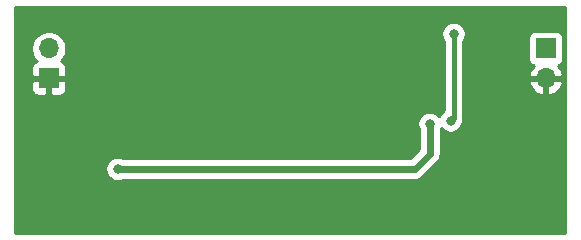
<source format=gbr>
%TF.GenerationSoftware,KiCad,Pcbnew,(5.1.6)-1*%
%TF.CreationDate,2021-05-11T15:15:27+02:00*%
%TF.ProjectId,Buck_Converter,4275636b-5f43-46f6-9e76-65727465722e,rev?*%
%TF.SameCoordinates,Original*%
%TF.FileFunction,Copper,L2,Bot*%
%TF.FilePolarity,Positive*%
%FSLAX46Y46*%
G04 Gerber Fmt 4.6, Leading zero omitted, Abs format (unit mm)*
G04 Created by KiCad (PCBNEW (5.1.6)-1) date 2021-05-11 15:15:27*
%MOMM*%
%LPD*%
G01*
G04 APERTURE LIST*
%TA.AperFunction,ComponentPad*%
%ADD10R,1.700000X1.700000*%
%TD*%
%TA.AperFunction,ComponentPad*%
%ADD11O,1.700000X1.700000*%
%TD*%
%TA.AperFunction,ViaPad*%
%ADD12C,0.800000*%
%TD*%
%TA.AperFunction,Conductor*%
%ADD13C,0.250000*%
%TD*%
%TA.AperFunction,Conductor*%
%ADD14C,0.400000*%
%TD*%
%TA.AperFunction,Conductor*%
%ADD15C,0.600000*%
%TD*%
%TA.AperFunction,Conductor*%
%ADD16C,0.254000*%
%TD*%
G04 APERTURE END LIST*
D10*
%TO.P,J1,1*%
%TO.N,/VIN*%
X122859800Y-61429900D03*
D11*
%TO.P,J1,2*%
%TO.N,GND*%
X122859800Y-63969900D03*
%TD*%
%TO.P,J2,2*%
%TO.N,/VOUT*%
X80797400Y-61429900D03*
D10*
%TO.P,J2,1*%
%TO.N,GND*%
X80797400Y-63969900D03*
%TD*%
D12*
%TO.N,/VIN*%
X114810000Y-67540000D03*
X115062000Y-60198000D03*
%TO.N,/VOUT*%
X113030000Y-67818000D03*
X86614000Y-71628000D03*
%TD*%
D13*
%TO.N,/VIN*%
X114990000Y-61220000D02*
X114990000Y-67360000D01*
X114990000Y-67360000D02*
X114810000Y-67540000D01*
D14*
X115062000Y-67288000D02*
X114810000Y-67540000D01*
X115062000Y-60198000D02*
X115062000Y-67288000D01*
D15*
%TO.N,/VOUT*%
X112522000Y-70866000D02*
X113030000Y-70358000D01*
X113030000Y-70358000D02*
X113030000Y-67818000D01*
X111760000Y-71628000D02*
X113030000Y-70358000D01*
X86614000Y-71628000D02*
X111760000Y-71628000D01*
%TD*%
D16*
%TO.N,GND*%
G36*
X124540000Y-77040000D02*
G01*
X77960000Y-77040000D01*
X77960000Y-71526061D01*
X85579000Y-71526061D01*
X85579000Y-71729939D01*
X85618774Y-71929898D01*
X85696795Y-72118256D01*
X85810063Y-72287774D01*
X85954226Y-72431937D01*
X86123744Y-72545205D01*
X86312102Y-72623226D01*
X86512061Y-72663000D01*
X86715939Y-72663000D01*
X86915898Y-72623226D01*
X87061295Y-72563000D01*
X111714068Y-72563000D01*
X111760000Y-72567524D01*
X111805932Y-72563000D01*
X111943292Y-72549471D01*
X112119540Y-72496007D01*
X112281972Y-72409186D01*
X112424344Y-72292344D01*
X112453630Y-72256659D01*
X113658665Y-71051625D01*
X113694344Y-71022344D01*
X113811186Y-70879972D01*
X113898007Y-70717540D01*
X113951471Y-70541292D01*
X113965000Y-70403932D01*
X113965000Y-70403931D01*
X113969524Y-70358001D01*
X113965000Y-70312069D01*
X113965000Y-68265295D01*
X113997468Y-68186911D01*
X114006063Y-68199774D01*
X114150226Y-68343937D01*
X114319744Y-68457205D01*
X114508102Y-68535226D01*
X114708061Y-68575000D01*
X114911939Y-68575000D01*
X115111898Y-68535226D01*
X115300256Y-68457205D01*
X115469774Y-68343937D01*
X115613937Y-68199774D01*
X115727205Y-68030256D01*
X115805226Y-67841898D01*
X115845000Y-67641939D01*
X115845000Y-67583281D01*
X115884918Y-67451689D01*
X115897000Y-67329019D01*
X115901040Y-67288000D01*
X115897000Y-67246982D01*
X115897000Y-64326790D01*
X121418324Y-64326790D01*
X121462975Y-64473999D01*
X121588159Y-64736820D01*
X121762212Y-64970169D01*
X121978445Y-65165078D01*
X122228548Y-65314057D01*
X122502909Y-65411381D01*
X122732800Y-65290714D01*
X122732800Y-64096900D01*
X122986800Y-64096900D01*
X122986800Y-65290714D01*
X123216691Y-65411381D01*
X123491052Y-65314057D01*
X123741155Y-65165078D01*
X123957388Y-64970169D01*
X124131441Y-64736820D01*
X124256625Y-64473999D01*
X124301276Y-64326790D01*
X124179955Y-64096900D01*
X122986800Y-64096900D01*
X122732800Y-64096900D01*
X121539645Y-64096900D01*
X121418324Y-64326790D01*
X115897000Y-64326790D01*
X115897000Y-60811285D01*
X115979205Y-60688256D01*
X116024087Y-60579900D01*
X121371728Y-60579900D01*
X121371728Y-62279900D01*
X121383988Y-62404382D01*
X121420298Y-62524080D01*
X121479263Y-62634394D01*
X121558615Y-62731085D01*
X121655306Y-62810437D01*
X121765620Y-62869402D01*
X121846266Y-62893866D01*
X121762212Y-62969631D01*
X121588159Y-63202980D01*
X121462975Y-63465801D01*
X121418324Y-63613010D01*
X121539645Y-63842900D01*
X122732800Y-63842900D01*
X122732800Y-63822900D01*
X122986800Y-63822900D01*
X122986800Y-63842900D01*
X124179955Y-63842900D01*
X124301276Y-63613010D01*
X124256625Y-63465801D01*
X124131441Y-63202980D01*
X123957388Y-62969631D01*
X123873334Y-62893866D01*
X123953980Y-62869402D01*
X124064294Y-62810437D01*
X124160985Y-62731085D01*
X124240337Y-62634394D01*
X124299302Y-62524080D01*
X124335612Y-62404382D01*
X124347872Y-62279900D01*
X124347872Y-60579900D01*
X124335612Y-60455418D01*
X124299302Y-60335720D01*
X124240337Y-60225406D01*
X124160985Y-60128715D01*
X124064294Y-60049363D01*
X123953980Y-59990398D01*
X123834282Y-59954088D01*
X123709800Y-59941828D01*
X122009800Y-59941828D01*
X121885318Y-59954088D01*
X121765620Y-59990398D01*
X121655306Y-60049363D01*
X121558615Y-60128715D01*
X121479263Y-60225406D01*
X121420298Y-60335720D01*
X121383988Y-60455418D01*
X121371728Y-60579900D01*
X116024087Y-60579900D01*
X116057226Y-60499898D01*
X116097000Y-60299939D01*
X116097000Y-60096061D01*
X116057226Y-59896102D01*
X115979205Y-59707744D01*
X115865937Y-59538226D01*
X115721774Y-59394063D01*
X115552256Y-59280795D01*
X115363898Y-59202774D01*
X115163939Y-59163000D01*
X114960061Y-59163000D01*
X114760102Y-59202774D01*
X114571744Y-59280795D01*
X114402226Y-59394063D01*
X114258063Y-59538226D01*
X114144795Y-59707744D01*
X114066774Y-59896102D01*
X114027000Y-60096061D01*
X114027000Y-60299939D01*
X114066774Y-60499898D01*
X114144795Y-60688256D01*
X114227000Y-60811285D01*
X114227001Y-66684764D01*
X114150226Y-66736063D01*
X114006063Y-66880226D01*
X113892795Y-67049744D01*
X113842532Y-67171089D01*
X113833937Y-67158226D01*
X113689774Y-67014063D01*
X113520256Y-66900795D01*
X113331898Y-66822774D01*
X113131939Y-66783000D01*
X112928061Y-66783000D01*
X112728102Y-66822774D01*
X112539744Y-66900795D01*
X112370226Y-67014063D01*
X112226063Y-67158226D01*
X112112795Y-67327744D01*
X112034774Y-67516102D01*
X111995000Y-67716061D01*
X111995000Y-67919939D01*
X112034774Y-68119898D01*
X112095001Y-68265297D01*
X112095000Y-69970710D01*
X111372711Y-70693000D01*
X87061295Y-70693000D01*
X86915898Y-70632774D01*
X86715939Y-70593000D01*
X86512061Y-70593000D01*
X86312102Y-70632774D01*
X86123744Y-70710795D01*
X85954226Y-70824063D01*
X85810063Y-70968226D01*
X85696795Y-71137744D01*
X85618774Y-71326102D01*
X85579000Y-71526061D01*
X77960000Y-71526061D01*
X77960000Y-64819900D01*
X79309328Y-64819900D01*
X79321588Y-64944382D01*
X79357898Y-65064080D01*
X79416863Y-65174394D01*
X79496215Y-65271085D01*
X79592906Y-65350437D01*
X79703220Y-65409402D01*
X79822918Y-65445712D01*
X79947400Y-65457972D01*
X80511650Y-65454900D01*
X80670400Y-65296150D01*
X80670400Y-64096900D01*
X80924400Y-64096900D01*
X80924400Y-65296150D01*
X81083150Y-65454900D01*
X81647400Y-65457972D01*
X81771882Y-65445712D01*
X81891580Y-65409402D01*
X82001894Y-65350437D01*
X82098585Y-65271085D01*
X82177937Y-65174394D01*
X82236902Y-65064080D01*
X82273212Y-64944382D01*
X82285472Y-64819900D01*
X82282400Y-64255650D01*
X82123650Y-64096900D01*
X80924400Y-64096900D01*
X80670400Y-64096900D01*
X79471150Y-64096900D01*
X79312400Y-64255650D01*
X79309328Y-64819900D01*
X77960000Y-64819900D01*
X77960000Y-63119900D01*
X79309328Y-63119900D01*
X79312400Y-63684150D01*
X79471150Y-63842900D01*
X80670400Y-63842900D01*
X80670400Y-63822900D01*
X80924400Y-63822900D01*
X80924400Y-63842900D01*
X82123650Y-63842900D01*
X82282400Y-63684150D01*
X82285472Y-63119900D01*
X82273212Y-62995418D01*
X82236902Y-62875720D01*
X82177937Y-62765406D01*
X82098585Y-62668715D01*
X82001894Y-62589363D01*
X81891580Y-62530398D01*
X81819020Y-62508387D01*
X81950875Y-62376532D01*
X82113390Y-62133311D01*
X82225332Y-61863058D01*
X82282400Y-61576160D01*
X82282400Y-61283640D01*
X82225332Y-60996742D01*
X82113390Y-60726489D01*
X81950875Y-60483268D01*
X81744032Y-60276425D01*
X81500811Y-60113910D01*
X81230558Y-60001968D01*
X80943660Y-59944900D01*
X80651140Y-59944900D01*
X80364242Y-60001968D01*
X80093989Y-60113910D01*
X79850768Y-60276425D01*
X79643925Y-60483268D01*
X79481410Y-60726489D01*
X79369468Y-60996742D01*
X79312400Y-61283640D01*
X79312400Y-61576160D01*
X79369468Y-61863058D01*
X79481410Y-62133311D01*
X79643925Y-62376532D01*
X79775780Y-62508387D01*
X79703220Y-62530398D01*
X79592906Y-62589363D01*
X79496215Y-62668715D01*
X79416863Y-62765406D01*
X79357898Y-62875720D01*
X79321588Y-62995418D01*
X79309328Y-63119900D01*
X77960000Y-63119900D01*
X77960000Y-57960000D01*
X124540001Y-57960000D01*
X124540000Y-77040000D01*
G37*
X124540000Y-77040000D02*
X77960000Y-77040000D01*
X77960000Y-71526061D01*
X85579000Y-71526061D01*
X85579000Y-71729939D01*
X85618774Y-71929898D01*
X85696795Y-72118256D01*
X85810063Y-72287774D01*
X85954226Y-72431937D01*
X86123744Y-72545205D01*
X86312102Y-72623226D01*
X86512061Y-72663000D01*
X86715939Y-72663000D01*
X86915898Y-72623226D01*
X87061295Y-72563000D01*
X111714068Y-72563000D01*
X111760000Y-72567524D01*
X111805932Y-72563000D01*
X111943292Y-72549471D01*
X112119540Y-72496007D01*
X112281972Y-72409186D01*
X112424344Y-72292344D01*
X112453630Y-72256659D01*
X113658665Y-71051625D01*
X113694344Y-71022344D01*
X113811186Y-70879972D01*
X113898007Y-70717540D01*
X113951471Y-70541292D01*
X113965000Y-70403932D01*
X113965000Y-70403931D01*
X113969524Y-70358001D01*
X113965000Y-70312069D01*
X113965000Y-68265295D01*
X113997468Y-68186911D01*
X114006063Y-68199774D01*
X114150226Y-68343937D01*
X114319744Y-68457205D01*
X114508102Y-68535226D01*
X114708061Y-68575000D01*
X114911939Y-68575000D01*
X115111898Y-68535226D01*
X115300256Y-68457205D01*
X115469774Y-68343937D01*
X115613937Y-68199774D01*
X115727205Y-68030256D01*
X115805226Y-67841898D01*
X115845000Y-67641939D01*
X115845000Y-67583281D01*
X115884918Y-67451689D01*
X115897000Y-67329019D01*
X115901040Y-67288000D01*
X115897000Y-67246982D01*
X115897000Y-64326790D01*
X121418324Y-64326790D01*
X121462975Y-64473999D01*
X121588159Y-64736820D01*
X121762212Y-64970169D01*
X121978445Y-65165078D01*
X122228548Y-65314057D01*
X122502909Y-65411381D01*
X122732800Y-65290714D01*
X122732800Y-64096900D01*
X122986800Y-64096900D01*
X122986800Y-65290714D01*
X123216691Y-65411381D01*
X123491052Y-65314057D01*
X123741155Y-65165078D01*
X123957388Y-64970169D01*
X124131441Y-64736820D01*
X124256625Y-64473999D01*
X124301276Y-64326790D01*
X124179955Y-64096900D01*
X122986800Y-64096900D01*
X122732800Y-64096900D01*
X121539645Y-64096900D01*
X121418324Y-64326790D01*
X115897000Y-64326790D01*
X115897000Y-60811285D01*
X115979205Y-60688256D01*
X116024087Y-60579900D01*
X121371728Y-60579900D01*
X121371728Y-62279900D01*
X121383988Y-62404382D01*
X121420298Y-62524080D01*
X121479263Y-62634394D01*
X121558615Y-62731085D01*
X121655306Y-62810437D01*
X121765620Y-62869402D01*
X121846266Y-62893866D01*
X121762212Y-62969631D01*
X121588159Y-63202980D01*
X121462975Y-63465801D01*
X121418324Y-63613010D01*
X121539645Y-63842900D01*
X122732800Y-63842900D01*
X122732800Y-63822900D01*
X122986800Y-63822900D01*
X122986800Y-63842900D01*
X124179955Y-63842900D01*
X124301276Y-63613010D01*
X124256625Y-63465801D01*
X124131441Y-63202980D01*
X123957388Y-62969631D01*
X123873334Y-62893866D01*
X123953980Y-62869402D01*
X124064294Y-62810437D01*
X124160985Y-62731085D01*
X124240337Y-62634394D01*
X124299302Y-62524080D01*
X124335612Y-62404382D01*
X124347872Y-62279900D01*
X124347872Y-60579900D01*
X124335612Y-60455418D01*
X124299302Y-60335720D01*
X124240337Y-60225406D01*
X124160985Y-60128715D01*
X124064294Y-60049363D01*
X123953980Y-59990398D01*
X123834282Y-59954088D01*
X123709800Y-59941828D01*
X122009800Y-59941828D01*
X121885318Y-59954088D01*
X121765620Y-59990398D01*
X121655306Y-60049363D01*
X121558615Y-60128715D01*
X121479263Y-60225406D01*
X121420298Y-60335720D01*
X121383988Y-60455418D01*
X121371728Y-60579900D01*
X116024087Y-60579900D01*
X116057226Y-60499898D01*
X116097000Y-60299939D01*
X116097000Y-60096061D01*
X116057226Y-59896102D01*
X115979205Y-59707744D01*
X115865937Y-59538226D01*
X115721774Y-59394063D01*
X115552256Y-59280795D01*
X115363898Y-59202774D01*
X115163939Y-59163000D01*
X114960061Y-59163000D01*
X114760102Y-59202774D01*
X114571744Y-59280795D01*
X114402226Y-59394063D01*
X114258063Y-59538226D01*
X114144795Y-59707744D01*
X114066774Y-59896102D01*
X114027000Y-60096061D01*
X114027000Y-60299939D01*
X114066774Y-60499898D01*
X114144795Y-60688256D01*
X114227000Y-60811285D01*
X114227001Y-66684764D01*
X114150226Y-66736063D01*
X114006063Y-66880226D01*
X113892795Y-67049744D01*
X113842532Y-67171089D01*
X113833937Y-67158226D01*
X113689774Y-67014063D01*
X113520256Y-66900795D01*
X113331898Y-66822774D01*
X113131939Y-66783000D01*
X112928061Y-66783000D01*
X112728102Y-66822774D01*
X112539744Y-66900795D01*
X112370226Y-67014063D01*
X112226063Y-67158226D01*
X112112795Y-67327744D01*
X112034774Y-67516102D01*
X111995000Y-67716061D01*
X111995000Y-67919939D01*
X112034774Y-68119898D01*
X112095001Y-68265297D01*
X112095000Y-69970710D01*
X111372711Y-70693000D01*
X87061295Y-70693000D01*
X86915898Y-70632774D01*
X86715939Y-70593000D01*
X86512061Y-70593000D01*
X86312102Y-70632774D01*
X86123744Y-70710795D01*
X85954226Y-70824063D01*
X85810063Y-70968226D01*
X85696795Y-71137744D01*
X85618774Y-71326102D01*
X85579000Y-71526061D01*
X77960000Y-71526061D01*
X77960000Y-64819900D01*
X79309328Y-64819900D01*
X79321588Y-64944382D01*
X79357898Y-65064080D01*
X79416863Y-65174394D01*
X79496215Y-65271085D01*
X79592906Y-65350437D01*
X79703220Y-65409402D01*
X79822918Y-65445712D01*
X79947400Y-65457972D01*
X80511650Y-65454900D01*
X80670400Y-65296150D01*
X80670400Y-64096900D01*
X80924400Y-64096900D01*
X80924400Y-65296150D01*
X81083150Y-65454900D01*
X81647400Y-65457972D01*
X81771882Y-65445712D01*
X81891580Y-65409402D01*
X82001894Y-65350437D01*
X82098585Y-65271085D01*
X82177937Y-65174394D01*
X82236902Y-65064080D01*
X82273212Y-64944382D01*
X82285472Y-64819900D01*
X82282400Y-64255650D01*
X82123650Y-64096900D01*
X80924400Y-64096900D01*
X80670400Y-64096900D01*
X79471150Y-64096900D01*
X79312400Y-64255650D01*
X79309328Y-64819900D01*
X77960000Y-64819900D01*
X77960000Y-63119900D01*
X79309328Y-63119900D01*
X79312400Y-63684150D01*
X79471150Y-63842900D01*
X80670400Y-63842900D01*
X80670400Y-63822900D01*
X80924400Y-63822900D01*
X80924400Y-63842900D01*
X82123650Y-63842900D01*
X82282400Y-63684150D01*
X82285472Y-63119900D01*
X82273212Y-62995418D01*
X82236902Y-62875720D01*
X82177937Y-62765406D01*
X82098585Y-62668715D01*
X82001894Y-62589363D01*
X81891580Y-62530398D01*
X81819020Y-62508387D01*
X81950875Y-62376532D01*
X82113390Y-62133311D01*
X82225332Y-61863058D01*
X82282400Y-61576160D01*
X82282400Y-61283640D01*
X82225332Y-60996742D01*
X82113390Y-60726489D01*
X81950875Y-60483268D01*
X81744032Y-60276425D01*
X81500811Y-60113910D01*
X81230558Y-60001968D01*
X80943660Y-59944900D01*
X80651140Y-59944900D01*
X80364242Y-60001968D01*
X80093989Y-60113910D01*
X79850768Y-60276425D01*
X79643925Y-60483268D01*
X79481410Y-60726489D01*
X79369468Y-60996742D01*
X79312400Y-61283640D01*
X79312400Y-61576160D01*
X79369468Y-61863058D01*
X79481410Y-62133311D01*
X79643925Y-62376532D01*
X79775780Y-62508387D01*
X79703220Y-62530398D01*
X79592906Y-62589363D01*
X79496215Y-62668715D01*
X79416863Y-62765406D01*
X79357898Y-62875720D01*
X79321588Y-62995418D01*
X79309328Y-63119900D01*
X77960000Y-63119900D01*
X77960000Y-57960000D01*
X124540001Y-57960000D01*
X124540000Y-77040000D01*
%TD*%
M02*

</source>
